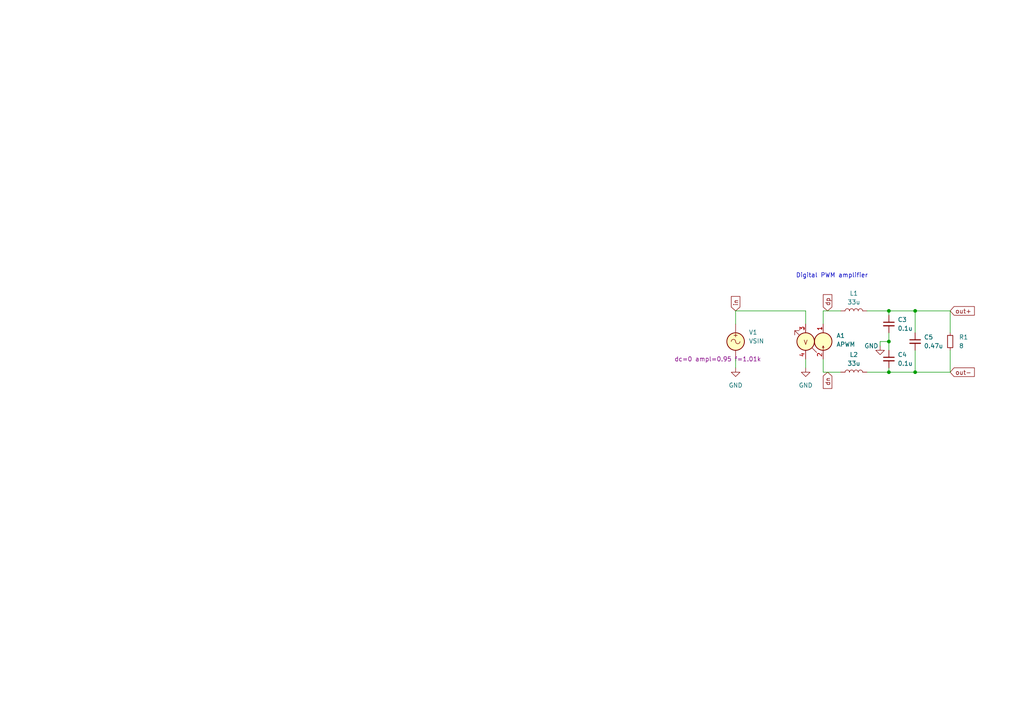
<source format=kicad_sch>
(kicad_sch (version 20230819) (generator eeschema)
  (paper "A4")
  (lib_symbols
    (symbol "Device:C_Small" (pin_numbers hide) (pin_names (offset 0.254) hide)
      (property "Reference" "C" (at 0.254 1.778 0))
      (property "Value" "C_Small" (at 0.254 -2.032 0))
      (symbol "C_Small_0_1"
        (polyline (pts (xy -1.524 -0.508) (xy 1.524 -0.508)) (stroke (width 0.3302)))
        (polyline (pts (xy -1.524 0.508) (xy 1.524 0.508)) (stroke (width 0.3048)))
      )
      (symbol "C_Small_1_1"
        (pin passive line (at 0 2.54 270) (length 2.032) (name "~") (number "1"))
        (pin passive line (at 0 -2.54 90) (length 2.032) (name "~") (number "2"))
      )
    )
    (symbol "Device:L" (pin_numbers hide) (pin_names (offset 1.016) hide)
      (property "Reference" "L" (at -1.27 0 90))
      (property "Value" "L" (at 1.905 0 90))
      (symbol "L_0_1"
        (arc (start 0 -2.54) (mid 0.6323 -1.905) (end 0 -1.27))
        (arc (start 0 -1.27) (mid 0.6323 -0.635) (end 0 0))
        (arc (start 0 0) (mid 0.6323 0.635) (end 0 1.27))
        (arc (start 0 1.27) (mid 0.6323 1.905) (end 0 2.54))
      )
      (symbol "L_1_1"
        (pin passive line (at 0 3.81 270) (length 1.27) (name "1") (number "1"))
        (pin passive line (at 0 -3.81 90) (length 1.27) (name "2") (number "2"))
      )
    )
    (symbol "Device:R_Small" (pin_numbers hide) (pin_names (offset 0.254) hide)
      (property "Reference" "R" (at 0.762 0.508 0))
      (property "Value" "R_Small" (at 0.762 -1.016 0))
      (symbol "R_Small_0_1"
        (rectangle (start -0.762 1.778) (end 0.762 -1.778) (stroke (width 0.2032)))
      )
      (symbol "R_Small_1_1"
        (pin passive line (at 0 2.54 270) (length 0.762) (name "~") (number "1"))
        (pin passive line (at 0 -2.54 90) (length 0.762) (name "~") (number "2"))
      )
    )
    (symbol "Simulation_SPICE:ESOURCE" (pin_names (offset 1.016) hide)
      (property "Reference" "E" (at 0 0 0))
      (property "Value" "ESOURCE" (at 12.7 1.27 0))
      (symbol "ESOURCE_0_1"
        (polyline (pts (xy 0 -1.27) (xy 0 -2.286)))
        (polyline (pts (xy 0.254 -1.778) (xy 0 -1.27) (xy -0.254 -1.778)))
        (circle (center 0 0) (radius 2.54) (stroke (width 0.254)) (fill (type background)))
      )
      (symbol "ESOURCE_1_1"
        (polyline (pts (xy 0.254 3.81) (xy 0.762 3.81)))
        (polyline (pts (xy 0.508 4.064) (xy 0.508 3.556)))
        (polyline (pts (xy 1.905 -3.175) (xy 3.175 -1.905)))
        (polyline (pts (xy 5.334 3.81) (xy 5.842 3.81)))
        (polyline (pts (xy 5.588 4.064) (xy 5.588 3.556)))
        (polyline (pts (xy 6.985 1.905) (xy 8.255 3.175)))
        (polyline (pts (xy 6.985 3.175) (xy 8.255 3.175) (xy 8.255 1.905)))
        (circle (center 5.08 0) (radius 2.54) (stroke (width 0.254)) (fill (type background)))
        (text "V" (at 5.08 -0.254 0) (effects (font (size 1.27 1.27))))
        (pin input line (at 0 5.08 270) (length 2.54) (name "N+") (number "1"))
        (pin input line (at 0 -5.08 90) (length 2.54) (name "N-") (number "2"))
        (pin passive line (at 5.08 5.08 270) (length 2.54) (name "C+") (number "3"))
        (pin passive line (at 5.08 -5.08 90) (length 2.54) (name "C-") (number "4"))
      )
    )
    (symbol "Simulation_SPICE:VSIN" (pin_numbers hide) (pin_names (offset 0.0254))
      (property "Reference" "V" (at 2.54 2.54 0))
      (property "Value" "VSIN" (at 2.54 0 0))
      (property "Sim.Params" "dc=0 ampl=1 f=1k ac=1" (at 2.54 -2.54 0))
      (symbol "VSIN_0_0"
        (arc (start 0 0) (mid -0.635 0.6323) (end -1.27 0))
        (arc (start 0 0) (mid 0.635 -0.6323) (end 1.27 0))
        (text "+" (at 0 1.905 0) (effects (font (size 1.27 1.27))))
      )
      (symbol "VSIN_0_1"
        (circle (center 0 0) (radius 2.54) (stroke (width 0.254)) (fill (type background)))
      )
      (symbol "VSIN_1_1"
        (pin passive line (at 0 5.08 270) (length 2.54) (name "~") (number "1"))
        (pin passive line (at 0 -5.08 90) (length 2.54) (name "~") (number "2"))
      )
    )
    (symbol "power:GND" (power) (pin_names (offset 0))
      (property "Value" "GND" (at 0 -3.81 0))
      (symbol "GND_0_1"
        (polyline (pts (xy 0 0) (xy 0 -1.27) (xy 1.27 -1.27) (xy 0 -2.54) (xy -1.27 -1.27) (xy 0 -1.27)))
      )
      (symbol "GND_1_1"
        (pin power_in line (at 0 0 270) (length 0) hide (name "GND") (number "1"))
      )
    )
  )
  (junction (at 265.43 107.95))
  (junction (at 265.43 90.17))
  (junction (at 257.81 107.95))
  (junction (at 257.81 90.17))
  (junction (at 257.81 99.06))
  (wire (pts (xy 265.43 107.95) (xy 265.43 101.6)))
  (wire (pts (xy 233.68 104.14) (xy 233.68 106.68)))
  (wire (pts (xy 238.76 90.17) (xy 243.84 90.17)))
  (wire (pts (xy 257.81 90.17) (xy 257.81 91.44)))
  (wire (pts (xy 265.43 90.17) (xy 275.59 90.17)))
  (wire (pts (xy 213.36 90.17) (xy 233.68 90.17)))
  (wire (pts (xy 233.68 90.17) (xy 233.68 93.98)))
  (wire (pts (xy 265.43 90.17) (xy 265.43 96.52)))
  (wire (pts (xy 275.59 107.95) (xy 275.59 101.6)))
  (wire (pts (xy 257.81 106.68) (xy 257.81 107.95)))
  (wire (pts (xy 213.36 93.98) (xy 213.36 90.17)))
  (wire (pts (xy 251.46 90.17) (xy 257.81 90.17)))
  (wire (pts (xy 255.27 99.06) (xy 255.27 100.33)))
  (wire (pts (xy 257.81 107.95) (xy 265.43 107.95)))
  (wire (pts (xy 275.59 90.17) (xy 275.59 96.52)))
  (wire (pts (xy 257.81 90.17) (xy 265.43 90.17)))
  (wire (pts (xy 238.76 107.95) (xy 243.84 107.95)))
  (wire (pts (xy 257.81 99.06) (xy 255.27 99.06)))
  (wire (pts (xy 257.81 96.52) (xy 257.81 99.06)))
  (wire (pts (xy 238.76 93.98) (xy 238.76 90.17)))
  (wire (pts (xy 265.43 107.95) (xy 275.59 107.95)))
  (wire (pts (xy 257.81 99.06) (xy 257.81 101.6)))
  (wire (pts (xy 213.36 104.14) (xy 213.36 106.68)))
  (wire (pts (xy 238.76 104.14) (xy 238.76 107.95)))
  (wire (pts (xy 251.46 107.95) (xy 257.81 107.95)))
  (text "Digital PWM amplifier" (at 241.3 80.01 0) (effects (font (size 1.27 1.27))))
  (global_label "in" (shape input) (at 213.36 90.17 90) (property "Intersheetrefs" "${INTERSHEET_REFS}" (effects hide)))
  (global_label "out+" (shape input) (at 275.59 90.17 0) (property "Intersheetrefs" "${INTERSHEET_REFS}" (effects hide)))
  (global_label "dn" (shape input) (at 240.03 107.95 270) (property "Intersheetrefs" "${INTERSHEET_REFS}" (effects hide)))
  (global_label "dp" (shape input) (at 240.03 90.17 90) (property "Intersheetrefs" "${INTERSHEET_REFS}" (effects hide)))
  (global_label "out-" (shape input) (at 275.59 107.95 0) (property "Intersheetrefs" "${INTERSHEET_REFS}" (effects hide)))
  (symbol (lib_id "Device:C_Small") (at 265.43 99.06 0) (unit 1)
    (property "Reference" "C5" (at 267.97 97.7962 0) (effects (justify left)))
    (property "Value" "0.47u" (at 267.97 100.3362 0) (effects (justify left)))
    (property "Description" "Unpolarized capacitor, small symbol" (effects hide))
  )
  (symbol (lib_id "Device:L") (at 247.65 107.95 90) (unit 1)
    (property "Reference" "L2" (at 247.65 102.87 90))
    (property "Value" "33u" (at 247.65 105.41 90))
    (property "Description" "Inductor" (effects hide))
  )
  (symbol (lib_id "Simulation_SPICE:VSIN") (at 213.36 99.06 0) (unit 1)
    (property "Reference" "V1" (at 217.17 96.3901 0) (effects (justify left)))
    (property "Value" "VSIN" (at 217.17 98.9301 0) (effects (justify left)))
    (property "Description" "Voltage source, sinusoidal" (effects hide))
    (property "Sim.Pins" "1=+ 2=-" (effects hide))
    (property "Sim.Params" "dc=0 ampl=0.95 f=1.01k" (at 195.58 104.14 0) (effects (justify left)))
    (property "Sim.Type" "SIN" (effects hide))
    (property "Sim.Device" "V" (effects hide))
  )
  (symbol (lib_id "power:GND") (at 255.27 100.33 0) (unit 1)
    (property "Reference" "#PWR02" (effects hide))
    (property "Value" "GND" (at 252.73 100.33 0))
    (property "Description" "Power symbol creates a global label with name \"GND\" , ground" (effects hide))
  )
  (symbol (lib_id "Device:R_Small") (at 275.59 99.06 0) (unit 1)
    (property "Reference" "R1" (at 278.13 97.7899 0) (effects (justify left)))
    (property "Value" "8" (at 278.13 100.3299 0) (effects (justify left)))
    (property "Description" "Resistor, small symbol" (effects hide))
  )
  (symbol (lib_id "Device:L") (at 247.65 90.17 90) (unit 1)
    (property "Reference" "L1" (at 247.65 85.09 90))
    (property "Value" "33u" (at 247.65 87.63 90))
    (property "Description" "Inductor" (effects hide))
  )
  (symbol (lib_id "Simulation_SPICE:ESOURCE") (at 238.76 99.06 0) (mirror y) (unit 1)
    (property "Reference" "A1" (at 242.57 97.3454 0) (effects (justify right)))
    (property "Value" "APWM" (at 242.57 99.8854 0) (effects (justify right)))
    (property "Datasheet" "https://ngspice.sourceforge.io/docs.html" (effects hide))
    (property "Description" "Voltage-dependent Voltage source symbol for simulation only" (effects hide))
    (property "Sim.Library" "audio-pwm.lib" (effects hide))
    (property "Sim.Name" "audiopwm" (effects hide))
    (property "Sim.Device" "SUBCKT" (effects hide))
    (property "Sim.Pins" "1=outp 2=outn 3=in+ 4=in-" (effects hide))
  )
  (symbol (lib_id "Device:C_Small") (at 257.81 104.14 0) (unit 1)
    (property "Reference" "C4" (at 260.35 102.8762 0) (effects (justify left)))
    (property "Value" "0.1u" (at 260.35 105.4162 0) (effects (justify left)))
    (property "Description" "Unpolarized capacitor, small symbol" (effects hide))
  )
  (symbol (lib_id "Device:C_Small") (at 257.81 93.98 0) (unit 1)
    (property "Reference" "C3" (at 260.35 92.7162 0) (effects (justify left)))
    (property "Value" "0.1u" (at 260.35 95.2562 0) (effects (justify left)))
    (property "Description" "Unpolarized capacitor, small symbol" (effects hide))
  )
  (symbol (lib_id "power:GND") (at 233.68 106.68 0) (unit 1)
    (property "Reference" "#PWR03" (effects hide))
    (property "Value" "GND" (at 233.68 111.76 0))
    (property "Description" "Power symbol creates a global label with name \"GND\" , ground" (effects hide))
  )
  (symbol (lib_id "power:GND") (at 213.36 106.68 0) (unit 1)
    (property "Reference" "#PWR01" (effects hide))
    (property "Value" "GND" (at 213.36 111.76 0))
    (property "Description" "Power symbol creates a global label with name \"GND\" , ground" (effects hide))
  )
)
</source>
